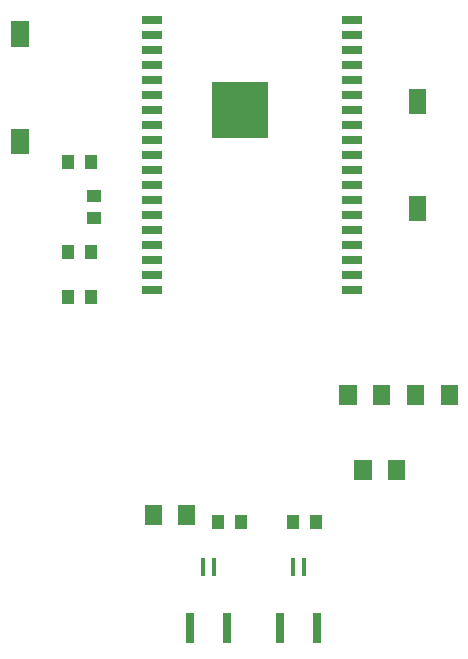
<source format=gbr>
G04 EAGLE Gerber RS-274X export*
G75*
%MOMM*%
%FSLAX34Y34*%
%LPD*%
%INSolderpaste Top*%
%IPPOS*%
%AMOC8*
5,1,8,0,0,1.08239X$1,22.5*%
G01*
%ADD10R,1.100000X1.300000*%
%ADD11C,0.014000*%
%ADD12R,1.800000X0.700000*%
%ADD13R,4.800000X4.800000*%
%ADD14R,0.400000X1.500000*%
%ADD15R,0.800000X2.600000*%
%ADD16R,1.300000X1.100000*%


D10*
X219100Y120650D03*
X238100Y120650D03*
X111100Y349250D03*
X92100Y349250D03*
D11*
X184870Y134930D02*
X198730Y134930D01*
X198730Y119070D01*
X184870Y119070D01*
X184870Y134930D01*
X184870Y119203D02*
X198730Y119203D01*
X198730Y119336D02*
X184870Y119336D01*
X184870Y119469D02*
X198730Y119469D01*
X198730Y119602D02*
X184870Y119602D01*
X184870Y119735D02*
X198730Y119735D01*
X198730Y119868D02*
X184870Y119868D01*
X184870Y120001D02*
X198730Y120001D01*
X198730Y120134D02*
X184870Y120134D01*
X184870Y120267D02*
X198730Y120267D01*
X198730Y120400D02*
X184870Y120400D01*
X184870Y120533D02*
X198730Y120533D01*
X198730Y120666D02*
X184870Y120666D01*
X184870Y120799D02*
X198730Y120799D01*
X198730Y120932D02*
X184870Y120932D01*
X184870Y121065D02*
X198730Y121065D01*
X198730Y121198D02*
X184870Y121198D01*
X184870Y121331D02*
X198730Y121331D01*
X198730Y121464D02*
X184870Y121464D01*
X184870Y121597D02*
X198730Y121597D01*
X198730Y121730D02*
X184870Y121730D01*
X184870Y121863D02*
X198730Y121863D01*
X198730Y121996D02*
X184870Y121996D01*
X184870Y122129D02*
X198730Y122129D01*
X198730Y122262D02*
X184870Y122262D01*
X184870Y122395D02*
X198730Y122395D01*
X198730Y122528D02*
X184870Y122528D01*
X184870Y122661D02*
X198730Y122661D01*
X198730Y122794D02*
X184870Y122794D01*
X184870Y122927D02*
X198730Y122927D01*
X198730Y123060D02*
X184870Y123060D01*
X184870Y123193D02*
X198730Y123193D01*
X198730Y123326D02*
X184870Y123326D01*
X184870Y123459D02*
X198730Y123459D01*
X198730Y123592D02*
X184870Y123592D01*
X184870Y123725D02*
X198730Y123725D01*
X198730Y123858D02*
X184870Y123858D01*
X184870Y123991D02*
X198730Y123991D01*
X198730Y124124D02*
X184870Y124124D01*
X184870Y124257D02*
X198730Y124257D01*
X198730Y124390D02*
X184870Y124390D01*
X184870Y124523D02*
X198730Y124523D01*
X198730Y124656D02*
X184870Y124656D01*
X184870Y124789D02*
X198730Y124789D01*
X198730Y124922D02*
X184870Y124922D01*
X184870Y125055D02*
X198730Y125055D01*
X198730Y125188D02*
X184870Y125188D01*
X184870Y125321D02*
X198730Y125321D01*
X198730Y125454D02*
X184870Y125454D01*
X184870Y125587D02*
X198730Y125587D01*
X198730Y125720D02*
X184870Y125720D01*
X184870Y125853D02*
X198730Y125853D01*
X198730Y125986D02*
X184870Y125986D01*
X184870Y126119D02*
X198730Y126119D01*
X198730Y126252D02*
X184870Y126252D01*
X184870Y126385D02*
X198730Y126385D01*
X198730Y126518D02*
X184870Y126518D01*
X184870Y126651D02*
X198730Y126651D01*
X198730Y126784D02*
X184870Y126784D01*
X184870Y126917D02*
X198730Y126917D01*
X198730Y127050D02*
X184870Y127050D01*
X184870Y127183D02*
X198730Y127183D01*
X198730Y127316D02*
X184870Y127316D01*
X184870Y127449D02*
X198730Y127449D01*
X198730Y127582D02*
X184870Y127582D01*
X184870Y127715D02*
X198730Y127715D01*
X198730Y127848D02*
X184870Y127848D01*
X184870Y127981D02*
X198730Y127981D01*
X198730Y128114D02*
X184870Y128114D01*
X184870Y128247D02*
X198730Y128247D01*
X198730Y128380D02*
X184870Y128380D01*
X184870Y128513D02*
X198730Y128513D01*
X198730Y128646D02*
X184870Y128646D01*
X184870Y128779D02*
X198730Y128779D01*
X198730Y128912D02*
X184870Y128912D01*
X184870Y129045D02*
X198730Y129045D01*
X198730Y129178D02*
X184870Y129178D01*
X184870Y129311D02*
X198730Y129311D01*
X198730Y129444D02*
X184870Y129444D01*
X184870Y129577D02*
X198730Y129577D01*
X198730Y129710D02*
X184870Y129710D01*
X184870Y129843D02*
X198730Y129843D01*
X198730Y129976D02*
X184870Y129976D01*
X184870Y130109D02*
X198730Y130109D01*
X198730Y130242D02*
X184870Y130242D01*
X184870Y130375D02*
X198730Y130375D01*
X198730Y130508D02*
X184870Y130508D01*
X184870Y130641D02*
X198730Y130641D01*
X198730Y130774D02*
X184870Y130774D01*
X184870Y130907D02*
X198730Y130907D01*
X198730Y131040D02*
X184870Y131040D01*
X184870Y131173D02*
X198730Y131173D01*
X198730Y131306D02*
X184870Y131306D01*
X184870Y131439D02*
X198730Y131439D01*
X198730Y131572D02*
X184870Y131572D01*
X184870Y131705D02*
X198730Y131705D01*
X198730Y131838D02*
X184870Y131838D01*
X184870Y131971D02*
X198730Y131971D01*
X198730Y132104D02*
X184870Y132104D01*
X184870Y132237D02*
X198730Y132237D01*
X198730Y132370D02*
X184870Y132370D01*
X184870Y132503D02*
X198730Y132503D01*
X198730Y132636D02*
X184870Y132636D01*
X184870Y132769D02*
X198730Y132769D01*
X198730Y132902D02*
X184870Y132902D01*
X184870Y133035D02*
X198730Y133035D01*
X198730Y133168D02*
X184870Y133168D01*
X184870Y133301D02*
X198730Y133301D01*
X198730Y133434D02*
X184870Y133434D01*
X184870Y133567D02*
X198730Y133567D01*
X198730Y133700D02*
X184870Y133700D01*
X184870Y133833D02*
X198730Y133833D01*
X198730Y133966D02*
X184870Y133966D01*
X184870Y134099D02*
X198730Y134099D01*
X198730Y134232D02*
X184870Y134232D01*
X184870Y134365D02*
X198730Y134365D01*
X198730Y134498D02*
X184870Y134498D01*
X184870Y134631D02*
X198730Y134631D01*
X198730Y134764D02*
X184870Y134764D01*
X184870Y134897D02*
X198730Y134897D01*
X170730Y134930D02*
X156870Y134930D01*
X170730Y134930D02*
X170730Y119070D01*
X156870Y119070D01*
X156870Y134930D01*
X156870Y119203D02*
X170730Y119203D01*
X170730Y119336D02*
X156870Y119336D01*
X156870Y119469D02*
X170730Y119469D01*
X170730Y119602D02*
X156870Y119602D01*
X156870Y119735D02*
X170730Y119735D01*
X170730Y119868D02*
X156870Y119868D01*
X156870Y120001D02*
X170730Y120001D01*
X170730Y120134D02*
X156870Y120134D01*
X156870Y120267D02*
X170730Y120267D01*
X170730Y120400D02*
X156870Y120400D01*
X156870Y120533D02*
X170730Y120533D01*
X170730Y120666D02*
X156870Y120666D01*
X156870Y120799D02*
X170730Y120799D01*
X170730Y120932D02*
X156870Y120932D01*
X156870Y121065D02*
X170730Y121065D01*
X170730Y121198D02*
X156870Y121198D01*
X156870Y121331D02*
X170730Y121331D01*
X170730Y121464D02*
X156870Y121464D01*
X156870Y121597D02*
X170730Y121597D01*
X170730Y121730D02*
X156870Y121730D01*
X156870Y121863D02*
X170730Y121863D01*
X170730Y121996D02*
X156870Y121996D01*
X156870Y122129D02*
X170730Y122129D01*
X170730Y122262D02*
X156870Y122262D01*
X156870Y122395D02*
X170730Y122395D01*
X170730Y122528D02*
X156870Y122528D01*
X156870Y122661D02*
X170730Y122661D01*
X170730Y122794D02*
X156870Y122794D01*
X156870Y122927D02*
X170730Y122927D01*
X170730Y123060D02*
X156870Y123060D01*
X156870Y123193D02*
X170730Y123193D01*
X170730Y123326D02*
X156870Y123326D01*
X156870Y123459D02*
X170730Y123459D01*
X170730Y123592D02*
X156870Y123592D01*
X156870Y123725D02*
X170730Y123725D01*
X170730Y123858D02*
X156870Y123858D01*
X156870Y123991D02*
X170730Y123991D01*
X170730Y124124D02*
X156870Y124124D01*
X156870Y124257D02*
X170730Y124257D01*
X170730Y124390D02*
X156870Y124390D01*
X156870Y124523D02*
X170730Y124523D01*
X170730Y124656D02*
X156870Y124656D01*
X156870Y124789D02*
X170730Y124789D01*
X170730Y124922D02*
X156870Y124922D01*
X156870Y125055D02*
X170730Y125055D01*
X170730Y125188D02*
X156870Y125188D01*
X156870Y125321D02*
X170730Y125321D01*
X170730Y125454D02*
X156870Y125454D01*
X156870Y125587D02*
X170730Y125587D01*
X170730Y125720D02*
X156870Y125720D01*
X156870Y125853D02*
X170730Y125853D01*
X170730Y125986D02*
X156870Y125986D01*
X156870Y126119D02*
X170730Y126119D01*
X170730Y126252D02*
X156870Y126252D01*
X156870Y126385D02*
X170730Y126385D01*
X170730Y126518D02*
X156870Y126518D01*
X156870Y126651D02*
X170730Y126651D01*
X170730Y126784D02*
X156870Y126784D01*
X156870Y126917D02*
X170730Y126917D01*
X170730Y127050D02*
X156870Y127050D01*
X156870Y127183D02*
X170730Y127183D01*
X170730Y127316D02*
X156870Y127316D01*
X156870Y127449D02*
X170730Y127449D01*
X170730Y127582D02*
X156870Y127582D01*
X156870Y127715D02*
X170730Y127715D01*
X170730Y127848D02*
X156870Y127848D01*
X156870Y127981D02*
X170730Y127981D01*
X170730Y128114D02*
X156870Y128114D01*
X156870Y128247D02*
X170730Y128247D01*
X170730Y128380D02*
X156870Y128380D01*
X156870Y128513D02*
X170730Y128513D01*
X170730Y128646D02*
X156870Y128646D01*
X156870Y128779D02*
X170730Y128779D01*
X170730Y128912D02*
X156870Y128912D01*
X156870Y129045D02*
X170730Y129045D01*
X170730Y129178D02*
X156870Y129178D01*
X156870Y129311D02*
X170730Y129311D01*
X170730Y129444D02*
X156870Y129444D01*
X156870Y129577D02*
X170730Y129577D01*
X170730Y129710D02*
X156870Y129710D01*
X156870Y129843D02*
X170730Y129843D01*
X170730Y129976D02*
X156870Y129976D01*
X156870Y130109D02*
X170730Y130109D01*
X170730Y130242D02*
X156870Y130242D01*
X156870Y130375D02*
X170730Y130375D01*
X170730Y130508D02*
X156870Y130508D01*
X156870Y130641D02*
X170730Y130641D01*
X170730Y130774D02*
X156870Y130774D01*
X156870Y130907D02*
X170730Y130907D01*
X170730Y131040D02*
X156870Y131040D01*
X156870Y131173D02*
X170730Y131173D01*
X170730Y131306D02*
X156870Y131306D01*
X156870Y131439D02*
X170730Y131439D01*
X170730Y131572D02*
X156870Y131572D01*
X156870Y131705D02*
X170730Y131705D01*
X170730Y131838D02*
X156870Y131838D01*
X156870Y131971D02*
X170730Y131971D01*
X170730Y132104D02*
X156870Y132104D01*
X156870Y132237D02*
X170730Y132237D01*
X170730Y132370D02*
X156870Y132370D01*
X156870Y132503D02*
X170730Y132503D01*
X170730Y132636D02*
X156870Y132636D01*
X156870Y132769D02*
X170730Y132769D01*
X170730Y132902D02*
X156870Y132902D01*
X156870Y133035D02*
X170730Y133035D01*
X170730Y133168D02*
X156870Y133168D01*
X156870Y133301D02*
X170730Y133301D01*
X170730Y133434D02*
X156870Y133434D01*
X156870Y133567D02*
X170730Y133567D01*
X170730Y133700D02*
X156870Y133700D01*
X156870Y133833D02*
X170730Y133833D01*
X170730Y133966D02*
X156870Y133966D01*
X156870Y134099D02*
X170730Y134099D01*
X170730Y134232D02*
X156870Y134232D01*
X156870Y134365D02*
X170730Y134365D01*
X170730Y134498D02*
X156870Y134498D01*
X156870Y134631D02*
X170730Y134631D01*
X170730Y134764D02*
X156870Y134764D01*
X156870Y134897D02*
X170730Y134897D01*
D10*
X301600Y120650D03*
X282600Y120650D03*
X111100Y425450D03*
X92100Y425450D03*
D11*
X43870Y524170D02*
X43870Y544730D01*
X57730Y544730D01*
X57730Y524170D01*
X43870Y524170D01*
X43870Y524303D02*
X57730Y524303D01*
X57730Y524436D02*
X43870Y524436D01*
X43870Y524569D02*
X57730Y524569D01*
X57730Y524702D02*
X43870Y524702D01*
X43870Y524835D02*
X57730Y524835D01*
X57730Y524968D02*
X43870Y524968D01*
X43870Y525101D02*
X57730Y525101D01*
X57730Y525234D02*
X43870Y525234D01*
X43870Y525367D02*
X57730Y525367D01*
X57730Y525500D02*
X43870Y525500D01*
X43870Y525633D02*
X57730Y525633D01*
X57730Y525766D02*
X43870Y525766D01*
X43870Y525899D02*
X57730Y525899D01*
X57730Y526032D02*
X43870Y526032D01*
X43870Y526165D02*
X57730Y526165D01*
X57730Y526298D02*
X43870Y526298D01*
X43870Y526431D02*
X57730Y526431D01*
X57730Y526564D02*
X43870Y526564D01*
X43870Y526697D02*
X57730Y526697D01*
X57730Y526830D02*
X43870Y526830D01*
X43870Y526963D02*
X57730Y526963D01*
X57730Y527096D02*
X43870Y527096D01*
X43870Y527229D02*
X57730Y527229D01*
X57730Y527362D02*
X43870Y527362D01*
X43870Y527495D02*
X57730Y527495D01*
X57730Y527628D02*
X43870Y527628D01*
X43870Y527761D02*
X57730Y527761D01*
X57730Y527894D02*
X43870Y527894D01*
X43870Y528027D02*
X57730Y528027D01*
X57730Y528160D02*
X43870Y528160D01*
X43870Y528293D02*
X57730Y528293D01*
X57730Y528426D02*
X43870Y528426D01*
X43870Y528559D02*
X57730Y528559D01*
X57730Y528692D02*
X43870Y528692D01*
X43870Y528825D02*
X57730Y528825D01*
X57730Y528958D02*
X43870Y528958D01*
X43870Y529091D02*
X57730Y529091D01*
X57730Y529224D02*
X43870Y529224D01*
X43870Y529357D02*
X57730Y529357D01*
X57730Y529490D02*
X43870Y529490D01*
X43870Y529623D02*
X57730Y529623D01*
X57730Y529756D02*
X43870Y529756D01*
X43870Y529889D02*
X57730Y529889D01*
X57730Y530022D02*
X43870Y530022D01*
X43870Y530155D02*
X57730Y530155D01*
X57730Y530288D02*
X43870Y530288D01*
X43870Y530421D02*
X57730Y530421D01*
X57730Y530554D02*
X43870Y530554D01*
X43870Y530687D02*
X57730Y530687D01*
X57730Y530820D02*
X43870Y530820D01*
X43870Y530953D02*
X57730Y530953D01*
X57730Y531086D02*
X43870Y531086D01*
X43870Y531219D02*
X57730Y531219D01*
X57730Y531352D02*
X43870Y531352D01*
X43870Y531485D02*
X57730Y531485D01*
X57730Y531618D02*
X43870Y531618D01*
X43870Y531751D02*
X57730Y531751D01*
X57730Y531884D02*
X43870Y531884D01*
X43870Y532017D02*
X57730Y532017D01*
X57730Y532150D02*
X43870Y532150D01*
X43870Y532283D02*
X57730Y532283D01*
X57730Y532416D02*
X43870Y532416D01*
X43870Y532549D02*
X57730Y532549D01*
X57730Y532682D02*
X43870Y532682D01*
X43870Y532815D02*
X57730Y532815D01*
X57730Y532948D02*
X43870Y532948D01*
X43870Y533081D02*
X57730Y533081D01*
X57730Y533214D02*
X43870Y533214D01*
X43870Y533347D02*
X57730Y533347D01*
X57730Y533480D02*
X43870Y533480D01*
X43870Y533613D02*
X57730Y533613D01*
X57730Y533746D02*
X43870Y533746D01*
X43870Y533879D02*
X57730Y533879D01*
X57730Y534012D02*
X43870Y534012D01*
X43870Y534145D02*
X57730Y534145D01*
X57730Y534278D02*
X43870Y534278D01*
X43870Y534411D02*
X57730Y534411D01*
X57730Y534544D02*
X43870Y534544D01*
X43870Y534677D02*
X57730Y534677D01*
X57730Y534810D02*
X43870Y534810D01*
X43870Y534943D02*
X57730Y534943D01*
X57730Y535076D02*
X43870Y535076D01*
X43870Y535209D02*
X57730Y535209D01*
X57730Y535342D02*
X43870Y535342D01*
X43870Y535475D02*
X57730Y535475D01*
X57730Y535608D02*
X43870Y535608D01*
X43870Y535741D02*
X57730Y535741D01*
X57730Y535874D02*
X43870Y535874D01*
X43870Y536007D02*
X57730Y536007D01*
X57730Y536140D02*
X43870Y536140D01*
X43870Y536273D02*
X57730Y536273D01*
X57730Y536406D02*
X43870Y536406D01*
X43870Y536539D02*
X57730Y536539D01*
X57730Y536672D02*
X43870Y536672D01*
X43870Y536805D02*
X57730Y536805D01*
X57730Y536938D02*
X43870Y536938D01*
X43870Y537071D02*
X57730Y537071D01*
X57730Y537204D02*
X43870Y537204D01*
X43870Y537337D02*
X57730Y537337D01*
X57730Y537470D02*
X43870Y537470D01*
X43870Y537603D02*
X57730Y537603D01*
X57730Y537736D02*
X43870Y537736D01*
X43870Y537869D02*
X57730Y537869D01*
X57730Y538002D02*
X43870Y538002D01*
X43870Y538135D02*
X57730Y538135D01*
X57730Y538268D02*
X43870Y538268D01*
X43870Y538401D02*
X57730Y538401D01*
X57730Y538534D02*
X43870Y538534D01*
X43870Y538667D02*
X57730Y538667D01*
X57730Y538800D02*
X43870Y538800D01*
X43870Y538933D02*
X57730Y538933D01*
X57730Y539066D02*
X43870Y539066D01*
X43870Y539199D02*
X57730Y539199D01*
X57730Y539332D02*
X43870Y539332D01*
X43870Y539465D02*
X57730Y539465D01*
X57730Y539598D02*
X43870Y539598D01*
X43870Y539731D02*
X57730Y539731D01*
X57730Y539864D02*
X43870Y539864D01*
X43870Y539997D02*
X57730Y539997D01*
X57730Y540130D02*
X43870Y540130D01*
X43870Y540263D02*
X57730Y540263D01*
X57730Y540396D02*
X43870Y540396D01*
X43870Y540529D02*
X57730Y540529D01*
X57730Y540662D02*
X43870Y540662D01*
X43870Y540795D02*
X57730Y540795D01*
X57730Y540928D02*
X43870Y540928D01*
X43870Y541061D02*
X57730Y541061D01*
X57730Y541194D02*
X43870Y541194D01*
X43870Y541327D02*
X57730Y541327D01*
X57730Y541460D02*
X43870Y541460D01*
X43870Y541593D02*
X57730Y541593D01*
X57730Y541726D02*
X43870Y541726D01*
X43870Y541859D02*
X57730Y541859D01*
X57730Y541992D02*
X43870Y541992D01*
X43870Y542125D02*
X57730Y542125D01*
X57730Y542258D02*
X43870Y542258D01*
X43870Y542391D02*
X57730Y542391D01*
X57730Y542524D02*
X43870Y542524D01*
X43870Y542657D02*
X57730Y542657D01*
X57730Y542790D02*
X43870Y542790D01*
X43870Y542923D02*
X57730Y542923D01*
X57730Y543056D02*
X43870Y543056D01*
X43870Y543189D02*
X57730Y543189D01*
X57730Y543322D02*
X43870Y543322D01*
X43870Y543455D02*
X57730Y543455D01*
X57730Y543588D02*
X43870Y543588D01*
X43870Y543721D02*
X57730Y543721D01*
X57730Y543854D02*
X43870Y543854D01*
X43870Y543987D02*
X57730Y543987D01*
X57730Y544120D02*
X43870Y544120D01*
X43870Y544253D02*
X57730Y544253D01*
X57730Y544386D02*
X43870Y544386D01*
X43870Y544519D02*
X57730Y544519D01*
X57730Y544652D02*
X43870Y544652D01*
X43870Y453730D02*
X43870Y433170D01*
X43870Y453730D02*
X57730Y453730D01*
X57730Y433170D01*
X43870Y433170D01*
X43870Y433303D02*
X57730Y433303D01*
X57730Y433436D02*
X43870Y433436D01*
X43870Y433569D02*
X57730Y433569D01*
X57730Y433702D02*
X43870Y433702D01*
X43870Y433835D02*
X57730Y433835D01*
X57730Y433968D02*
X43870Y433968D01*
X43870Y434101D02*
X57730Y434101D01*
X57730Y434234D02*
X43870Y434234D01*
X43870Y434367D02*
X57730Y434367D01*
X57730Y434500D02*
X43870Y434500D01*
X43870Y434633D02*
X57730Y434633D01*
X57730Y434766D02*
X43870Y434766D01*
X43870Y434899D02*
X57730Y434899D01*
X57730Y435032D02*
X43870Y435032D01*
X43870Y435165D02*
X57730Y435165D01*
X57730Y435298D02*
X43870Y435298D01*
X43870Y435431D02*
X57730Y435431D01*
X57730Y435564D02*
X43870Y435564D01*
X43870Y435697D02*
X57730Y435697D01*
X57730Y435830D02*
X43870Y435830D01*
X43870Y435963D02*
X57730Y435963D01*
X57730Y436096D02*
X43870Y436096D01*
X43870Y436229D02*
X57730Y436229D01*
X57730Y436362D02*
X43870Y436362D01*
X43870Y436495D02*
X57730Y436495D01*
X57730Y436628D02*
X43870Y436628D01*
X43870Y436761D02*
X57730Y436761D01*
X57730Y436894D02*
X43870Y436894D01*
X43870Y437027D02*
X57730Y437027D01*
X57730Y437160D02*
X43870Y437160D01*
X43870Y437293D02*
X57730Y437293D01*
X57730Y437426D02*
X43870Y437426D01*
X43870Y437559D02*
X57730Y437559D01*
X57730Y437692D02*
X43870Y437692D01*
X43870Y437825D02*
X57730Y437825D01*
X57730Y437958D02*
X43870Y437958D01*
X43870Y438091D02*
X57730Y438091D01*
X57730Y438224D02*
X43870Y438224D01*
X43870Y438357D02*
X57730Y438357D01*
X57730Y438490D02*
X43870Y438490D01*
X43870Y438623D02*
X57730Y438623D01*
X57730Y438756D02*
X43870Y438756D01*
X43870Y438889D02*
X57730Y438889D01*
X57730Y439022D02*
X43870Y439022D01*
X43870Y439155D02*
X57730Y439155D01*
X57730Y439288D02*
X43870Y439288D01*
X43870Y439421D02*
X57730Y439421D01*
X57730Y439554D02*
X43870Y439554D01*
X43870Y439687D02*
X57730Y439687D01*
X57730Y439820D02*
X43870Y439820D01*
X43870Y439953D02*
X57730Y439953D01*
X57730Y440086D02*
X43870Y440086D01*
X43870Y440219D02*
X57730Y440219D01*
X57730Y440352D02*
X43870Y440352D01*
X43870Y440485D02*
X57730Y440485D01*
X57730Y440618D02*
X43870Y440618D01*
X43870Y440751D02*
X57730Y440751D01*
X57730Y440884D02*
X43870Y440884D01*
X43870Y441017D02*
X57730Y441017D01*
X57730Y441150D02*
X43870Y441150D01*
X43870Y441283D02*
X57730Y441283D01*
X57730Y441416D02*
X43870Y441416D01*
X43870Y441549D02*
X57730Y441549D01*
X57730Y441682D02*
X43870Y441682D01*
X43870Y441815D02*
X57730Y441815D01*
X57730Y441948D02*
X43870Y441948D01*
X43870Y442081D02*
X57730Y442081D01*
X57730Y442214D02*
X43870Y442214D01*
X43870Y442347D02*
X57730Y442347D01*
X57730Y442480D02*
X43870Y442480D01*
X43870Y442613D02*
X57730Y442613D01*
X57730Y442746D02*
X43870Y442746D01*
X43870Y442879D02*
X57730Y442879D01*
X57730Y443012D02*
X43870Y443012D01*
X43870Y443145D02*
X57730Y443145D01*
X57730Y443278D02*
X43870Y443278D01*
X43870Y443411D02*
X57730Y443411D01*
X57730Y443544D02*
X43870Y443544D01*
X43870Y443677D02*
X57730Y443677D01*
X57730Y443810D02*
X43870Y443810D01*
X43870Y443943D02*
X57730Y443943D01*
X57730Y444076D02*
X43870Y444076D01*
X43870Y444209D02*
X57730Y444209D01*
X57730Y444342D02*
X43870Y444342D01*
X43870Y444475D02*
X57730Y444475D01*
X57730Y444608D02*
X43870Y444608D01*
X43870Y444741D02*
X57730Y444741D01*
X57730Y444874D02*
X43870Y444874D01*
X43870Y445007D02*
X57730Y445007D01*
X57730Y445140D02*
X43870Y445140D01*
X43870Y445273D02*
X57730Y445273D01*
X57730Y445406D02*
X43870Y445406D01*
X43870Y445539D02*
X57730Y445539D01*
X57730Y445672D02*
X43870Y445672D01*
X43870Y445805D02*
X57730Y445805D01*
X57730Y445938D02*
X43870Y445938D01*
X43870Y446071D02*
X57730Y446071D01*
X57730Y446204D02*
X43870Y446204D01*
X43870Y446337D02*
X57730Y446337D01*
X57730Y446470D02*
X43870Y446470D01*
X43870Y446603D02*
X57730Y446603D01*
X57730Y446736D02*
X43870Y446736D01*
X43870Y446869D02*
X57730Y446869D01*
X57730Y447002D02*
X43870Y447002D01*
X43870Y447135D02*
X57730Y447135D01*
X57730Y447268D02*
X43870Y447268D01*
X43870Y447401D02*
X57730Y447401D01*
X57730Y447534D02*
X43870Y447534D01*
X43870Y447667D02*
X57730Y447667D01*
X57730Y447800D02*
X43870Y447800D01*
X43870Y447933D02*
X57730Y447933D01*
X57730Y448066D02*
X43870Y448066D01*
X43870Y448199D02*
X57730Y448199D01*
X57730Y448332D02*
X43870Y448332D01*
X43870Y448465D02*
X57730Y448465D01*
X57730Y448598D02*
X43870Y448598D01*
X43870Y448731D02*
X57730Y448731D01*
X57730Y448864D02*
X43870Y448864D01*
X43870Y448997D02*
X57730Y448997D01*
X57730Y449130D02*
X43870Y449130D01*
X43870Y449263D02*
X57730Y449263D01*
X57730Y449396D02*
X43870Y449396D01*
X43870Y449529D02*
X57730Y449529D01*
X57730Y449662D02*
X43870Y449662D01*
X43870Y449795D02*
X57730Y449795D01*
X57730Y449928D02*
X43870Y449928D01*
X43870Y450061D02*
X57730Y450061D01*
X57730Y450194D02*
X43870Y450194D01*
X43870Y450327D02*
X57730Y450327D01*
X57730Y450460D02*
X43870Y450460D01*
X43870Y450593D02*
X57730Y450593D01*
X57730Y450726D02*
X43870Y450726D01*
X43870Y450859D02*
X57730Y450859D01*
X57730Y450992D02*
X43870Y450992D01*
X43870Y451125D02*
X57730Y451125D01*
X57730Y451258D02*
X43870Y451258D01*
X43870Y451391D02*
X57730Y451391D01*
X57730Y451524D02*
X43870Y451524D01*
X43870Y451657D02*
X57730Y451657D01*
X57730Y451790D02*
X43870Y451790D01*
X43870Y451923D02*
X57730Y451923D01*
X57730Y452056D02*
X43870Y452056D01*
X43870Y452189D02*
X57730Y452189D01*
X57730Y452322D02*
X43870Y452322D01*
X43870Y452455D02*
X57730Y452455D01*
X57730Y452588D02*
X43870Y452588D01*
X43870Y452721D02*
X57730Y452721D01*
X57730Y452854D02*
X43870Y452854D01*
X43870Y452987D02*
X57730Y452987D01*
X57730Y453120D02*
X43870Y453120D01*
X43870Y453253D02*
X57730Y453253D01*
X57730Y453386D02*
X43870Y453386D01*
X43870Y453519D02*
X57730Y453519D01*
X57730Y453652D02*
X43870Y453652D01*
D12*
X162800Y546150D03*
X162800Y533450D03*
X162800Y520750D03*
X162800Y508050D03*
X162800Y495350D03*
X162800Y482650D03*
X162800Y469950D03*
X162800Y457250D03*
X162800Y444550D03*
X162800Y431850D03*
X162800Y419150D03*
X162800Y406450D03*
X162800Y393750D03*
X162800Y381050D03*
X162800Y368350D03*
X162800Y355650D03*
X162800Y342950D03*
X162800Y330250D03*
X162800Y317550D03*
X332800Y317550D03*
X332800Y330250D03*
X332800Y342950D03*
X332800Y355650D03*
X332800Y368350D03*
X332800Y381050D03*
X332800Y393750D03*
X332800Y406450D03*
X332800Y419150D03*
X332800Y431850D03*
X332800Y444550D03*
X332800Y457250D03*
X332800Y469950D03*
X332800Y482650D03*
X332800Y495350D03*
X332800Y508050D03*
X332800Y520750D03*
X332800Y533450D03*
X332800Y546150D03*
D13*
X237800Y469950D03*
D14*
X282100Y82550D03*
X292100Y82550D03*
D15*
X303100Y31050D03*
X271100Y31050D03*
D14*
X205900Y82550D03*
X215900Y82550D03*
D15*
X226900Y31050D03*
X194900Y31050D03*
D11*
X350190Y236545D02*
X364050Y236545D01*
X364050Y220655D01*
X350190Y220655D01*
X350190Y236545D01*
X350190Y220788D02*
X364050Y220788D01*
X364050Y220921D02*
X350190Y220921D01*
X350190Y221054D02*
X364050Y221054D01*
X364050Y221187D02*
X350190Y221187D01*
X350190Y221320D02*
X364050Y221320D01*
X364050Y221453D02*
X350190Y221453D01*
X350190Y221586D02*
X364050Y221586D01*
X364050Y221719D02*
X350190Y221719D01*
X350190Y221852D02*
X364050Y221852D01*
X364050Y221985D02*
X350190Y221985D01*
X350190Y222118D02*
X364050Y222118D01*
X364050Y222251D02*
X350190Y222251D01*
X350190Y222384D02*
X364050Y222384D01*
X364050Y222517D02*
X350190Y222517D01*
X350190Y222650D02*
X364050Y222650D01*
X364050Y222783D02*
X350190Y222783D01*
X350190Y222916D02*
X364050Y222916D01*
X364050Y223049D02*
X350190Y223049D01*
X350190Y223182D02*
X364050Y223182D01*
X364050Y223315D02*
X350190Y223315D01*
X350190Y223448D02*
X364050Y223448D01*
X364050Y223581D02*
X350190Y223581D01*
X350190Y223714D02*
X364050Y223714D01*
X364050Y223847D02*
X350190Y223847D01*
X350190Y223980D02*
X364050Y223980D01*
X364050Y224113D02*
X350190Y224113D01*
X350190Y224246D02*
X364050Y224246D01*
X364050Y224379D02*
X350190Y224379D01*
X350190Y224512D02*
X364050Y224512D01*
X364050Y224645D02*
X350190Y224645D01*
X350190Y224778D02*
X364050Y224778D01*
X364050Y224911D02*
X350190Y224911D01*
X350190Y225044D02*
X364050Y225044D01*
X364050Y225177D02*
X350190Y225177D01*
X350190Y225310D02*
X364050Y225310D01*
X364050Y225443D02*
X350190Y225443D01*
X350190Y225576D02*
X364050Y225576D01*
X364050Y225709D02*
X350190Y225709D01*
X350190Y225842D02*
X364050Y225842D01*
X364050Y225975D02*
X350190Y225975D01*
X350190Y226108D02*
X364050Y226108D01*
X364050Y226241D02*
X350190Y226241D01*
X350190Y226374D02*
X364050Y226374D01*
X364050Y226507D02*
X350190Y226507D01*
X350190Y226640D02*
X364050Y226640D01*
X364050Y226773D02*
X350190Y226773D01*
X350190Y226906D02*
X364050Y226906D01*
X364050Y227039D02*
X350190Y227039D01*
X350190Y227172D02*
X364050Y227172D01*
X364050Y227305D02*
X350190Y227305D01*
X350190Y227438D02*
X364050Y227438D01*
X364050Y227571D02*
X350190Y227571D01*
X350190Y227704D02*
X364050Y227704D01*
X364050Y227837D02*
X350190Y227837D01*
X350190Y227970D02*
X364050Y227970D01*
X364050Y228103D02*
X350190Y228103D01*
X350190Y228236D02*
X364050Y228236D01*
X364050Y228369D02*
X350190Y228369D01*
X350190Y228502D02*
X364050Y228502D01*
X364050Y228635D02*
X350190Y228635D01*
X350190Y228768D02*
X364050Y228768D01*
X364050Y228901D02*
X350190Y228901D01*
X350190Y229034D02*
X364050Y229034D01*
X364050Y229167D02*
X350190Y229167D01*
X350190Y229300D02*
X364050Y229300D01*
X364050Y229433D02*
X350190Y229433D01*
X350190Y229566D02*
X364050Y229566D01*
X364050Y229699D02*
X350190Y229699D01*
X350190Y229832D02*
X364050Y229832D01*
X364050Y229965D02*
X350190Y229965D01*
X350190Y230098D02*
X364050Y230098D01*
X364050Y230231D02*
X350190Y230231D01*
X350190Y230364D02*
X364050Y230364D01*
X364050Y230497D02*
X350190Y230497D01*
X350190Y230630D02*
X364050Y230630D01*
X364050Y230763D02*
X350190Y230763D01*
X350190Y230896D02*
X364050Y230896D01*
X364050Y231029D02*
X350190Y231029D01*
X350190Y231162D02*
X364050Y231162D01*
X364050Y231295D02*
X350190Y231295D01*
X350190Y231428D02*
X364050Y231428D01*
X364050Y231561D02*
X350190Y231561D01*
X350190Y231694D02*
X364050Y231694D01*
X364050Y231827D02*
X350190Y231827D01*
X350190Y231960D02*
X364050Y231960D01*
X364050Y232093D02*
X350190Y232093D01*
X350190Y232226D02*
X364050Y232226D01*
X364050Y232359D02*
X350190Y232359D01*
X350190Y232492D02*
X364050Y232492D01*
X364050Y232625D02*
X350190Y232625D01*
X350190Y232758D02*
X364050Y232758D01*
X364050Y232891D02*
X350190Y232891D01*
X350190Y233024D02*
X364050Y233024D01*
X364050Y233157D02*
X350190Y233157D01*
X350190Y233290D02*
X364050Y233290D01*
X364050Y233423D02*
X350190Y233423D01*
X350190Y233556D02*
X364050Y233556D01*
X364050Y233689D02*
X350190Y233689D01*
X350190Y233822D02*
X364050Y233822D01*
X364050Y233955D02*
X350190Y233955D01*
X350190Y234088D02*
X364050Y234088D01*
X364050Y234221D02*
X350190Y234221D01*
X350190Y234354D02*
X364050Y234354D01*
X364050Y234487D02*
X350190Y234487D01*
X350190Y234620D02*
X364050Y234620D01*
X364050Y234753D02*
X350190Y234753D01*
X350190Y234886D02*
X364050Y234886D01*
X364050Y235019D02*
X350190Y235019D01*
X350190Y235152D02*
X364050Y235152D01*
X364050Y235285D02*
X350190Y235285D01*
X350190Y235418D02*
X364050Y235418D01*
X364050Y235551D02*
X350190Y235551D01*
X350190Y235684D02*
X364050Y235684D01*
X364050Y235817D02*
X350190Y235817D01*
X350190Y235950D02*
X364050Y235950D01*
X364050Y236083D02*
X350190Y236083D01*
X350190Y236216D02*
X364050Y236216D01*
X364050Y236349D02*
X350190Y236349D01*
X350190Y236482D02*
X364050Y236482D01*
X335610Y236545D02*
X321750Y236545D01*
X335610Y236545D02*
X335610Y220655D01*
X321750Y220655D01*
X321750Y236545D01*
X321750Y220788D02*
X335610Y220788D01*
X335610Y220921D02*
X321750Y220921D01*
X321750Y221054D02*
X335610Y221054D01*
X335610Y221187D02*
X321750Y221187D01*
X321750Y221320D02*
X335610Y221320D01*
X335610Y221453D02*
X321750Y221453D01*
X321750Y221586D02*
X335610Y221586D01*
X335610Y221719D02*
X321750Y221719D01*
X321750Y221852D02*
X335610Y221852D01*
X335610Y221985D02*
X321750Y221985D01*
X321750Y222118D02*
X335610Y222118D01*
X335610Y222251D02*
X321750Y222251D01*
X321750Y222384D02*
X335610Y222384D01*
X335610Y222517D02*
X321750Y222517D01*
X321750Y222650D02*
X335610Y222650D01*
X335610Y222783D02*
X321750Y222783D01*
X321750Y222916D02*
X335610Y222916D01*
X335610Y223049D02*
X321750Y223049D01*
X321750Y223182D02*
X335610Y223182D01*
X335610Y223315D02*
X321750Y223315D01*
X321750Y223448D02*
X335610Y223448D01*
X335610Y223581D02*
X321750Y223581D01*
X321750Y223714D02*
X335610Y223714D01*
X335610Y223847D02*
X321750Y223847D01*
X321750Y223980D02*
X335610Y223980D01*
X335610Y224113D02*
X321750Y224113D01*
X321750Y224246D02*
X335610Y224246D01*
X335610Y224379D02*
X321750Y224379D01*
X321750Y224512D02*
X335610Y224512D01*
X335610Y224645D02*
X321750Y224645D01*
X321750Y224778D02*
X335610Y224778D01*
X335610Y224911D02*
X321750Y224911D01*
X321750Y225044D02*
X335610Y225044D01*
X335610Y225177D02*
X321750Y225177D01*
X321750Y225310D02*
X335610Y225310D01*
X335610Y225443D02*
X321750Y225443D01*
X321750Y225576D02*
X335610Y225576D01*
X335610Y225709D02*
X321750Y225709D01*
X321750Y225842D02*
X335610Y225842D01*
X335610Y225975D02*
X321750Y225975D01*
X321750Y226108D02*
X335610Y226108D01*
X335610Y226241D02*
X321750Y226241D01*
X321750Y226374D02*
X335610Y226374D01*
X335610Y226507D02*
X321750Y226507D01*
X321750Y226640D02*
X335610Y226640D01*
X335610Y226773D02*
X321750Y226773D01*
X321750Y226906D02*
X335610Y226906D01*
X335610Y227039D02*
X321750Y227039D01*
X321750Y227172D02*
X335610Y227172D01*
X335610Y227305D02*
X321750Y227305D01*
X321750Y227438D02*
X335610Y227438D01*
X335610Y227571D02*
X321750Y227571D01*
X321750Y227704D02*
X335610Y227704D01*
X335610Y227837D02*
X321750Y227837D01*
X321750Y227970D02*
X335610Y227970D01*
X335610Y228103D02*
X321750Y228103D01*
X321750Y228236D02*
X335610Y228236D01*
X335610Y228369D02*
X321750Y228369D01*
X321750Y228502D02*
X335610Y228502D01*
X335610Y228635D02*
X321750Y228635D01*
X321750Y228768D02*
X335610Y228768D01*
X335610Y228901D02*
X321750Y228901D01*
X321750Y229034D02*
X335610Y229034D01*
X335610Y229167D02*
X321750Y229167D01*
X321750Y229300D02*
X335610Y229300D01*
X335610Y229433D02*
X321750Y229433D01*
X321750Y229566D02*
X335610Y229566D01*
X335610Y229699D02*
X321750Y229699D01*
X321750Y229832D02*
X335610Y229832D01*
X335610Y229965D02*
X321750Y229965D01*
X321750Y230098D02*
X335610Y230098D01*
X335610Y230231D02*
X321750Y230231D01*
X321750Y230364D02*
X335610Y230364D01*
X335610Y230497D02*
X321750Y230497D01*
X321750Y230630D02*
X335610Y230630D01*
X335610Y230763D02*
X321750Y230763D01*
X321750Y230896D02*
X335610Y230896D01*
X335610Y231029D02*
X321750Y231029D01*
X321750Y231162D02*
X335610Y231162D01*
X335610Y231295D02*
X321750Y231295D01*
X321750Y231428D02*
X335610Y231428D01*
X335610Y231561D02*
X321750Y231561D01*
X321750Y231694D02*
X335610Y231694D01*
X335610Y231827D02*
X321750Y231827D01*
X321750Y231960D02*
X335610Y231960D01*
X335610Y232093D02*
X321750Y232093D01*
X321750Y232226D02*
X335610Y232226D01*
X335610Y232359D02*
X321750Y232359D01*
X321750Y232492D02*
X335610Y232492D01*
X335610Y232625D02*
X321750Y232625D01*
X321750Y232758D02*
X335610Y232758D01*
X335610Y232891D02*
X321750Y232891D01*
X321750Y233024D02*
X335610Y233024D01*
X335610Y233157D02*
X321750Y233157D01*
X321750Y233290D02*
X335610Y233290D01*
X335610Y233423D02*
X321750Y233423D01*
X321750Y233556D02*
X335610Y233556D01*
X335610Y233689D02*
X321750Y233689D01*
X321750Y233822D02*
X335610Y233822D01*
X335610Y233955D02*
X321750Y233955D01*
X321750Y234088D02*
X335610Y234088D01*
X335610Y234221D02*
X321750Y234221D01*
X321750Y234354D02*
X335610Y234354D01*
X335610Y234487D02*
X321750Y234487D01*
X321750Y234620D02*
X335610Y234620D01*
X335610Y234753D02*
X321750Y234753D01*
X321750Y234886D02*
X335610Y234886D01*
X335610Y235019D02*
X321750Y235019D01*
X321750Y235152D02*
X335610Y235152D01*
X335610Y235285D02*
X321750Y235285D01*
X321750Y235418D02*
X335610Y235418D01*
X335610Y235551D02*
X321750Y235551D01*
X321750Y235684D02*
X335610Y235684D01*
X335610Y235817D02*
X321750Y235817D01*
X321750Y235950D02*
X335610Y235950D01*
X335610Y236083D02*
X321750Y236083D01*
X321750Y236216D02*
X335610Y236216D01*
X335610Y236349D02*
X321750Y236349D01*
X321750Y236482D02*
X335610Y236482D01*
D10*
X111100Y311150D03*
X92100Y311150D03*
D16*
X114300Y396850D03*
X114300Y377850D03*
D11*
X334450Y173045D02*
X348310Y173045D01*
X348310Y157155D01*
X334450Y157155D01*
X334450Y173045D01*
X334450Y157288D02*
X348310Y157288D01*
X348310Y157421D02*
X334450Y157421D01*
X334450Y157554D02*
X348310Y157554D01*
X348310Y157687D02*
X334450Y157687D01*
X334450Y157820D02*
X348310Y157820D01*
X348310Y157953D02*
X334450Y157953D01*
X334450Y158086D02*
X348310Y158086D01*
X348310Y158219D02*
X334450Y158219D01*
X334450Y158352D02*
X348310Y158352D01*
X348310Y158485D02*
X334450Y158485D01*
X334450Y158618D02*
X348310Y158618D01*
X348310Y158751D02*
X334450Y158751D01*
X334450Y158884D02*
X348310Y158884D01*
X348310Y159017D02*
X334450Y159017D01*
X334450Y159150D02*
X348310Y159150D01*
X348310Y159283D02*
X334450Y159283D01*
X334450Y159416D02*
X348310Y159416D01*
X348310Y159549D02*
X334450Y159549D01*
X334450Y159682D02*
X348310Y159682D01*
X348310Y159815D02*
X334450Y159815D01*
X334450Y159948D02*
X348310Y159948D01*
X348310Y160081D02*
X334450Y160081D01*
X334450Y160214D02*
X348310Y160214D01*
X348310Y160347D02*
X334450Y160347D01*
X334450Y160480D02*
X348310Y160480D01*
X348310Y160613D02*
X334450Y160613D01*
X334450Y160746D02*
X348310Y160746D01*
X348310Y160879D02*
X334450Y160879D01*
X334450Y161012D02*
X348310Y161012D01*
X348310Y161145D02*
X334450Y161145D01*
X334450Y161278D02*
X348310Y161278D01*
X348310Y161411D02*
X334450Y161411D01*
X334450Y161544D02*
X348310Y161544D01*
X348310Y161677D02*
X334450Y161677D01*
X334450Y161810D02*
X348310Y161810D01*
X348310Y161943D02*
X334450Y161943D01*
X334450Y162076D02*
X348310Y162076D01*
X348310Y162209D02*
X334450Y162209D01*
X334450Y162342D02*
X348310Y162342D01*
X348310Y162475D02*
X334450Y162475D01*
X334450Y162608D02*
X348310Y162608D01*
X348310Y162741D02*
X334450Y162741D01*
X334450Y162874D02*
X348310Y162874D01*
X348310Y163007D02*
X334450Y163007D01*
X334450Y163140D02*
X348310Y163140D01*
X348310Y163273D02*
X334450Y163273D01*
X334450Y163406D02*
X348310Y163406D01*
X348310Y163539D02*
X334450Y163539D01*
X334450Y163672D02*
X348310Y163672D01*
X348310Y163805D02*
X334450Y163805D01*
X334450Y163938D02*
X348310Y163938D01*
X348310Y164071D02*
X334450Y164071D01*
X334450Y164204D02*
X348310Y164204D01*
X348310Y164337D02*
X334450Y164337D01*
X334450Y164470D02*
X348310Y164470D01*
X348310Y164603D02*
X334450Y164603D01*
X334450Y164736D02*
X348310Y164736D01*
X348310Y164869D02*
X334450Y164869D01*
X334450Y165002D02*
X348310Y165002D01*
X348310Y165135D02*
X334450Y165135D01*
X334450Y165268D02*
X348310Y165268D01*
X348310Y165401D02*
X334450Y165401D01*
X334450Y165534D02*
X348310Y165534D01*
X348310Y165667D02*
X334450Y165667D01*
X334450Y165800D02*
X348310Y165800D01*
X348310Y165933D02*
X334450Y165933D01*
X334450Y166066D02*
X348310Y166066D01*
X348310Y166199D02*
X334450Y166199D01*
X334450Y166332D02*
X348310Y166332D01*
X348310Y166465D02*
X334450Y166465D01*
X334450Y166598D02*
X348310Y166598D01*
X348310Y166731D02*
X334450Y166731D01*
X334450Y166864D02*
X348310Y166864D01*
X348310Y166997D02*
X334450Y166997D01*
X334450Y167130D02*
X348310Y167130D01*
X348310Y167263D02*
X334450Y167263D01*
X334450Y167396D02*
X348310Y167396D01*
X348310Y167529D02*
X334450Y167529D01*
X334450Y167662D02*
X348310Y167662D01*
X348310Y167795D02*
X334450Y167795D01*
X334450Y167928D02*
X348310Y167928D01*
X348310Y168061D02*
X334450Y168061D01*
X334450Y168194D02*
X348310Y168194D01*
X348310Y168327D02*
X334450Y168327D01*
X334450Y168460D02*
X348310Y168460D01*
X348310Y168593D02*
X334450Y168593D01*
X334450Y168726D02*
X348310Y168726D01*
X348310Y168859D02*
X334450Y168859D01*
X334450Y168992D02*
X348310Y168992D01*
X348310Y169125D02*
X334450Y169125D01*
X334450Y169258D02*
X348310Y169258D01*
X348310Y169391D02*
X334450Y169391D01*
X334450Y169524D02*
X348310Y169524D01*
X348310Y169657D02*
X334450Y169657D01*
X334450Y169790D02*
X348310Y169790D01*
X348310Y169923D02*
X334450Y169923D01*
X334450Y170056D02*
X348310Y170056D01*
X348310Y170189D02*
X334450Y170189D01*
X334450Y170322D02*
X348310Y170322D01*
X348310Y170455D02*
X334450Y170455D01*
X334450Y170588D02*
X348310Y170588D01*
X348310Y170721D02*
X334450Y170721D01*
X334450Y170854D02*
X348310Y170854D01*
X348310Y170987D02*
X334450Y170987D01*
X334450Y171120D02*
X348310Y171120D01*
X348310Y171253D02*
X334450Y171253D01*
X334450Y171386D02*
X348310Y171386D01*
X348310Y171519D02*
X334450Y171519D01*
X334450Y171652D02*
X348310Y171652D01*
X348310Y171785D02*
X334450Y171785D01*
X334450Y171918D02*
X348310Y171918D01*
X348310Y172051D02*
X334450Y172051D01*
X334450Y172184D02*
X348310Y172184D01*
X348310Y172317D02*
X334450Y172317D01*
X334450Y172450D02*
X348310Y172450D01*
X348310Y172583D02*
X334450Y172583D01*
X334450Y172716D02*
X348310Y172716D01*
X348310Y172849D02*
X334450Y172849D01*
X334450Y172982D02*
X348310Y172982D01*
X362890Y173045D02*
X376750Y173045D01*
X376750Y157155D01*
X362890Y157155D01*
X362890Y173045D01*
X362890Y157288D02*
X376750Y157288D01*
X376750Y157421D02*
X362890Y157421D01*
X362890Y157554D02*
X376750Y157554D01*
X376750Y157687D02*
X362890Y157687D01*
X362890Y157820D02*
X376750Y157820D01*
X376750Y157953D02*
X362890Y157953D01*
X362890Y158086D02*
X376750Y158086D01*
X376750Y158219D02*
X362890Y158219D01*
X362890Y158352D02*
X376750Y158352D01*
X376750Y158485D02*
X362890Y158485D01*
X362890Y158618D02*
X376750Y158618D01*
X376750Y158751D02*
X362890Y158751D01*
X362890Y158884D02*
X376750Y158884D01*
X376750Y159017D02*
X362890Y159017D01*
X362890Y159150D02*
X376750Y159150D01*
X376750Y159283D02*
X362890Y159283D01*
X362890Y159416D02*
X376750Y159416D01*
X376750Y159549D02*
X362890Y159549D01*
X362890Y159682D02*
X376750Y159682D01*
X376750Y159815D02*
X362890Y159815D01*
X362890Y159948D02*
X376750Y159948D01*
X376750Y160081D02*
X362890Y160081D01*
X362890Y160214D02*
X376750Y160214D01*
X376750Y160347D02*
X362890Y160347D01*
X362890Y160480D02*
X376750Y160480D01*
X376750Y160613D02*
X362890Y160613D01*
X362890Y160746D02*
X376750Y160746D01*
X376750Y160879D02*
X362890Y160879D01*
X362890Y161012D02*
X376750Y161012D01*
X376750Y161145D02*
X362890Y161145D01*
X362890Y161278D02*
X376750Y161278D01*
X376750Y161411D02*
X362890Y161411D01*
X362890Y161544D02*
X376750Y161544D01*
X376750Y161677D02*
X362890Y161677D01*
X362890Y161810D02*
X376750Y161810D01*
X376750Y161943D02*
X362890Y161943D01*
X362890Y162076D02*
X376750Y162076D01*
X376750Y162209D02*
X362890Y162209D01*
X362890Y162342D02*
X376750Y162342D01*
X376750Y162475D02*
X362890Y162475D01*
X362890Y162608D02*
X376750Y162608D01*
X376750Y162741D02*
X362890Y162741D01*
X362890Y162874D02*
X376750Y162874D01*
X376750Y163007D02*
X362890Y163007D01*
X362890Y163140D02*
X376750Y163140D01*
X376750Y163273D02*
X362890Y163273D01*
X362890Y163406D02*
X376750Y163406D01*
X376750Y163539D02*
X362890Y163539D01*
X362890Y163672D02*
X376750Y163672D01*
X376750Y163805D02*
X362890Y163805D01*
X362890Y163938D02*
X376750Y163938D01*
X376750Y164071D02*
X362890Y164071D01*
X362890Y164204D02*
X376750Y164204D01*
X376750Y164337D02*
X362890Y164337D01*
X362890Y164470D02*
X376750Y164470D01*
X376750Y164603D02*
X362890Y164603D01*
X362890Y164736D02*
X376750Y164736D01*
X376750Y164869D02*
X362890Y164869D01*
X362890Y165002D02*
X376750Y165002D01*
X376750Y165135D02*
X362890Y165135D01*
X362890Y165268D02*
X376750Y165268D01*
X376750Y165401D02*
X362890Y165401D01*
X362890Y165534D02*
X376750Y165534D01*
X376750Y165667D02*
X362890Y165667D01*
X362890Y165800D02*
X376750Y165800D01*
X376750Y165933D02*
X362890Y165933D01*
X362890Y166066D02*
X376750Y166066D01*
X376750Y166199D02*
X362890Y166199D01*
X362890Y166332D02*
X376750Y166332D01*
X376750Y166465D02*
X362890Y166465D01*
X362890Y166598D02*
X376750Y166598D01*
X376750Y166731D02*
X362890Y166731D01*
X362890Y166864D02*
X376750Y166864D01*
X376750Y166997D02*
X362890Y166997D01*
X362890Y167130D02*
X376750Y167130D01*
X376750Y167263D02*
X362890Y167263D01*
X362890Y167396D02*
X376750Y167396D01*
X376750Y167529D02*
X362890Y167529D01*
X362890Y167662D02*
X376750Y167662D01*
X376750Y167795D02*
X362890Y167795D01*
X362890Y167928D02*
X376750Y167928D01*
X376750Y168061D02*
X362890Y168061D01*
X362890Y168194D02*
X376750Y168194D01*
X376750Y168327D02*
X362890Y168327D01*
X362890Y168460D02*
X376750Y168460D01*
X376750Y168593D02*
X362890Y168593D01*
X362890Y168726D02*
X376750Y168726D01*
X376750Y168859D02*
X362890Y168859D01*
X362890Y168992D02*
X376750Y168992D01*
X376750Y169125D02*
X362890Y169125D01*
X362890Y169258D02*
X376750Y169258D01*
X376750Y169391D02*
X362890Y169391D01*
X362890Y169524D02*
X376750Y169524D01*
X376750Y169657D02*
X362890Y169657D01*
X362890Y169790D02*
X376750Y169790D01*
X376750Y169923D02*
X362890Y169923D01*
X362890Y170056D02*
X376750Y170056D01*
X376750Y170189D02*
X362890Y170189D01*
X362890Y170322D02*
X376750Y170322D01*
X376750Y170455D02*
X362890Y170455D01*
X362890Y170588D02*
X376750Y170588D01*
X376750Y170721D02*
X362890Y170721D01*
X362890Y170854D02*
X376750Y170854D01*
X376750Y170987D02*
X362890Y170987D01*
X362890Y171120D02*
X376750Y171120D01*
X376750Y171253D02*
X362890Y171253D01*
X362890Y171386D02*
X376750Y171386D01*
X376750Y171519D02*
X362890Y171519D01*
X362890Y171652D02*
X376750Y171652D01*
X376750Y171785D02*
X362890Y171785D01*
X362890Y171918D02*
X376750Y171918D01*
X376750Y172051D02*
X362890Y172051D01*
X362890Y172184D02*
X376750Y172184D01*
X376750Y172317D02*
X362890Y172317D01*
X362890Y172450D02*
X376750Y172450D01*
X376750Y172583D02*
X362890Y172583D01*
X362890Y172716D02*
X376750Y172716D01*
X376750Y172849D02*
X362890Y172849D01*
X362890Y172982D02*
X376750Y172982D01*
X407340Y220655D02*
X421200Y220655D01*
X407340Y220655D02*
X407340Y236545D01*
X421200Y236545D01*
X421200Y220655D01*
X421200Y220788D02*
X407340Y220788D01*
X407340Y220921D02*
X421200Y220921D01*
X421200Y221054D02*
X407340Y221054D01*
X407340Y221187D02*
X421200Y221187D01*
X421200Y221320D02*
X407340Y221320D01*
X407340Y221453D02*
X421200Y221453D01*
X421200Y221586D02*
X407340Y221586D01*
X407340Y221719D02*
X421200Y221719D01*
X421200Y221852D02*
X407340Y221852D01*
X407340Y221985D02*
X421200Y221985D01*
X421200Y222118D02*
X407340Y222118D01*
X407340Y222251D02*
X421200Y222251D01*
X421200Y222384D02*
X407340Y222384D01*
X407340Y222517D02*
X421200Y222517D01*
X421200Y222650D02*
X407340Y222650D01*
X407340Y222783D02*
X421200Y222783D01*
X421200Y222916D02*
X407340Y222916D01*
X407340Y223049D02*
X421200Y223049D01*
X421200Y223182D02*
X407340Y223182D01*
X407340Y223315D02*
X421200Y223315D01*
X421200Y223448D02*
X407340Y223448D01*
X407340Y223581D02*
X421200Y223581D01*
X421200Y223714D02*
X407340Y223714D01*
X407340Y223847D02*
X421200Y223847D01*
X421200Y223980D02*
X407340Y223980D01*
X407340Y224113D02*
X421200Y224113D01*
X421200Y224246D02*
X407340Y224246D01*
X407340Y224379D02*
X421200Y224379D01*
X421200Y224512D02*
X407340Y224512D01*
X407340Y224645D02*
X421200Y224645D01*
X421200Y224778D02*
X407340Y224778D01*
X407340Y224911D02*
X421200Y224911D01*
X421200Y225044D02*
X407340Y225044D01*
X407340Y225177D02*
X421200Y225177D01*
X421200Y225310D02*
X407340Y225310D01*
X407340Y225443D02*
X421200Y225443D01*
X421200Y225576D02*
X407340Y225576D01*
X407340Y225709D02*
X421200Y225709D01*
X421200Y225842D02*
X407340Y225842D01*
X407340Y225975D02*
X421200Y225975D01*
X421200Y226108D02*
X407340Y226108D01*
X407340Y226241D02*
X421200Y226241D01*
X421200Y226374D02*
X407340Y226374D01*
X407340Y226507D02*
X421200Y226507D01*
X421200Y226640D02*
X407340Y226640D01*
X407340Y226773D02*
X421200Y226773D01*
X421200Y226906D02*
X407340Y226906D01*
X407340Y227039D02*
X421200Y227039D01*
X421200Y227172D02*
X407340Y227172D01*
X407340Y227305D02*
X421200Y227305D01*
X421200Y227438D02*
X407340Y227438D01*
X407340Y227571D02*
X421200Y227571D01*
X421200Y227704D02*
X407340Y227704D01*
X407340Y227837D02*
X421200Y227837D01*
X421200Y227970D02*
X407340Y227970D01*
X407340Y228103D02*
X421200Y228103D01*
X421200Y228236D02*
X407340Y228236D01*
X407340Y228369D02*
X421200Y228369D01*
X421200Y228502D02*
X407340Y228502D01*
X407340Y228635D02*
X421200Y228635D01*
X421200Y228768D02*
X407340Y228768D01*
X407340Y228901D02*
X421200Y228901D01*
X421200Y229034D02*
X407340Y229034D01*
X407340Y229167D02*
X421200Y229167D01*
X421200Y229300D02*
X407340Y229300D01*
X407340Y229433D02*
X421200Y229433D01*
X421200Y229566D02*
X407340Y229566D01*
X407340Y229699D02*
X421200Y229699D01*
X421200Y229832D02*
X407340Y229832D01*
X407340Y229965D02*
X421200Y229965D01*
X421200Y230098D02*
X407340Y230098D01*
X407340Y230231D02*
X421200Y230231D01*
X421200Y230364D02*
X407340Y230364D01*
X407340Y230497D02*
X421200Y230497D01*
X421200Y230630D02*
X407340Y230630D01*
X407340Y230763D02*
X421200Y230763D01*
X421200Y230896D02*
X407340Y230896D01*
X407340Y231029D02*
X421200Y231029D01*
X421200Y231162D02*
X407340Y231162D01*
X407340Y231295D02*
X421200Y231295D01*
X421200Y231428D02*
X407340Y231428D01*
X407340Y231561D02*
X421200Y231561D01*
X421200Y231694D02*
X407340Y231694D01*
X407340Y231827D02*
X421200Y231827D01*
X421200Y231960D02*
X407340Y231960D01*
X407340Y232093D02*
X421200Y232093D01*
X421200Y232226D02*
X407340Y232226D01*
X407340Y232359D02*
X421200Y232359D01*
X421200Y232492D02*
X407340Y232492D01*
X407340Y232625D02*
X421200Y232625D01*
X421200Y232758D02*
X407340Y232758D01*
X407340Y232891D02*
X421200Y232891D01*
X421200Y233024D02*
X407340Y233024D01*
X407340Y233157D02*
X421200Y233157D01*
X421200Y233290D02*
X407340Y233290D01*
X407340Y233423D02*
X421200Y233423D01*
X421200Y233556D02*
X407340Y233556D01*
X407340Y233689D02*
X421200Y233689D01*
X421200Y233822D02*
X407340Y233822D01*
X407340Y233955D02*
X421200Y233955D01*
X421200Y234088D02*
X407340Y234088D01*
X407340Y234221D02*
X421200Y234221D01*
X421200Y234354D02*
X407340Y234354D01*
X407340Y234487D02*
X421200Y234487D01*
X421200Y234620D02*
X407340Y234620D01*
X407340Y234753D02*
X421200Y234753D01*
X421200Y234886D02*
X407340Y234886D01*
X407340Y235019D02*
X421200Y235019D01*
X421200Y235152D02*
X407340Y235152D01*
X407340Y235285D02*
X421200Y235285D01*
X421200Y235418D02*
X407340Y235418D01*
X407340Y235551D02*
X421200Y235551D01*
X421200Y235684D02*
X407340Y235684D01*
X407340Y235817D02*
X421200Y235817D01*
X421200Y235950D02*
X407340Y235950D01*
X407340Y236083D02*
X421200Y236083D01*
X421200Y236216D02*
X407340Y236216D01*
X407340Y236349D02*
X421200Y236349D01*
X421200Y236482D02*
X407340Y236482D01*
X392760Y220655D02*
X378900Y220655D01*
X378900Y236545D01*
X392760Y236545D01*
X392760Y220655D01*
X392760Y220788D02*
X378900Y220788D01*
X378900Y220921D02*
X392760Y220921D01*
X392760Y221054D02*
X378900Y221054D01*
X378900Y221187D02*
X392760Y221187D01*
X392760Y221320D02*
X378900Y221320D01*
X378900Y221453D02*
X392760Y221453D01*
X392760Y221586D02*
X378900Y221586D01*
X378900Y221719D02*
X392760Y221719D01*
X392760Y221852D02*
X378900Y221852D01*
X378900Y221985D02*
X392760Y221985D01*
X392760Y222118D02*
X378900Y222118D01*
X378900Y222251D02*
X392760Y222251D01*
X392760Y222384D02*
X378900Y222384D01*
X378900Y222517D02*
X392760Y222517D01*
X392760Y222650D02*
X378900Y222650D01*
X378900Y222783D02*
X392760Y222783D01*
X392760Y222916D02*
X378900Y222916D01*
X378900Y223049D02*
X392760Y223049D01*
X392760Y223182D02*
X378900Y223182D01*
X378900Y223315D02*
X392760Y223315D01*
X392760Y223448D02*
X378900Y223448D01*
X378900Y223581D02*
X392760Y223581D01*
X392760Y223714D02*
X378900Y223714D01*
X378900Y223847D02*
X392760Y223847D01*
X392760Y223980D02*
X378900Y223980D01*
X378900Y224113D02*
X392760Y224113D01*
X392760Y224246D02*
X378900Y224246D01*
X378900Y224379D02*
X392760Y224379D01*
X392760Y224512D02*
X378900Y224512D01*
X378900Y224645D02*
X392760Y224645D01*
X392760Y224778D02*
X378900Y224778D01*
X378900Y224911D02*
X392760Y224911D01*
X392760Y225044D02*
X378900Y225044D01*
X378900Y225177D02*
X392760Y225177D01*
X392760Y225310D02*
X378900Y225310D01*
X378900Y225443D02*
X392760Y225443D01*
X392760Y225576D02*
X378900Y225576D01*
X378900Y225709D02*
X392760Y225709D01*
X392760Y225842D02*
X378900Y225842D01*
X378900Y225975D02*
X392760Y225975D01*
X392760Y226108D02*
X378900Y226108D01*
X378900Y226241D02*
X392760Y226241D01*
X392760Y226374D02*
X378900Y226374D01*
X378900Y226507D02*
X392760Y226507D01*
X392760Y226640D02*
X378900Y226640D01*
X378900Y226773D02*
X392760Y226773D01*
X392760Y226906D02*
X378900Y226906D01*
X378900Y227039D02*
X392760Y227039D01*
X392760Y227172D02*
X378900Y227172D01*
X378900Y227305D02*
X392760Y227305D01*
X392760Y227438D02*
X378900Y227438D01*
X378900Y227571D02*
X392760Y227571D01*
X392760Y227704D02*
X378900Y227704D01*
X378900Y227837D02*
X392760Y227837D01*
X392760Y227970D02*
X378900Y227970D01*
X378900Y228103D02*
X392760Y228103D01*
X392760Y228236D02*
X378900Y228236D01*
X378900Y228369D02*
X392760Y228369D01*
X392760Y228502D02*
X378900Y228502D01*
X378900Y228635D02*
X392760Y228635D01*
X392760Y228768D02*
X378900Y228768D01*
X378900Y228901D02*
X392760Y228901D01*
X392760Y229034D02*
X378900Y229034D01*
X378900Y229167D02*
X392760Y229167D01*
X392760Y229300D02*
X378900Y229300D01*
X378900Y229433D02*
X392760Y229433D01*
X392760Y229566D02*
X378900Y229566D01*
X378900Y229699D02*
X392760Y229699D01*
X392760Y229832D02*
X378900Y229832D01*
X378900Y229965D02*
X392760Y229965D01*
X392760Y230098D02*
X378900Y230098D01*
X378900Y230231D02*
X392760Y230231D01*
X392760Y230364D02*
X378900Y230364D01*
X378900Y230497D02*
X392760Y230497D01*
X392760Y230630D02*
X378900Y230630D01*
X378900Y230763D02*
X392760Y230763D01*
X392760Y230896D02*
X378900Y230896D01*
X378900Y231029D02*
X392760Y231029D01*
X392760Y231162D02*
X378900Y231162D01*
X378900Y231295D02*
X392760Y231295D01*
X392760Y231428D02*
X378900Y231428D01*
X378900Y231561D02*
X392760Y231561D01*
X392760Y231694D02*
X378900Y231694D01*
X378900Y231827D02*
X392760Y231827D01*
X392760Y231960D02*
X378900Y231960D01*
X378900Y232093D02*
X392760Y232093D01*
X392760Y232226D02*
X378900Y232226D01*
X378900Y232359D02*
X392760Y232359D01*
X392760Y232492D02*
X378900Y232492D01*
X378900Y232625D02*
X392760Y232625D01*
X392760Y232758D02*
X378900Y232758D01*
X378900Y232891D02*
X392760Y232891D01*
X392760Y233024D02*
X378900Y233024D01*
X378900Y233157D02*
X392760Y233157D01*
X392760Y233290D02*
X378900Y233290D01*
X378900Y233423D02*
X392760Y233423D01*
X392760Y233556D02*
X378900Y233556D01*
X378900Y233689D02*
X392760Y233689D01*
X392760Y233822D02*
X378900Y233822D01*
X378900Y233955D02*
X392760Y233955D01*
X392760Y234088D02*
X378900Y234088D01*
X378900Y234221D02*
X392760Y234221D01*
X392760Y234354D02*
X378900Y234354D01*
X378900Y234487D02*
X392760Y234487D01*
X392760Y234620D02*
X378900Y234620D01*
X378900Y234753D02*
X392760Y234753D01*
X392760Y234886D02*
X378900Y234886D01*
X378900Y235019D02*
X392760Y235019D01*
X392760Y235152D02*
X378900Y235152D01*
X378900Y235285D02*
X392760Y235285D01*
X392760Y235418D02*
X378900Y235418D01*
X378900Y235551D02*
X392760Y235551D01*
X392760Y235684D02*
X378900Y235684D01*
X378900Y235817D02*
X392760Y235817D01*
X392760Y235950D02*
X378900Y235950D01*
X378900Y236083D02*
X392760Y236083D01*
X392760Y236216D02*
X378900Y236216D01*
X378900Y236349D02*
X392760Y236349D01*
X392760Y236482D02*
X378900Y236482D01*
X394280Y376020D02*
X394280Y396580D01*
X394280Y376020D02*
X380420Y376020D01*
X380420Y396580D01*
X394280Y396580D01*
X394280Y376153D02*
X380420Y376153D01*
X380420Y376286D02*
X394280Y376286D01*
X394280Y376419D02*
X380420Y376419D01*
X380420Y376552D02*
X394280Y376552D01*
X394280Y376685D02*
X380420Y376685D01*
X380420Y376818D02*
X394280Y376818D01*
X394280Y376951D02*
X380420Y376951D01*
X380420Y377084D02*
X394280Y377084D01*
X394280Y377217D02*
X380420Y377217D01*
X380420Y377350D02*
X394280Y377350D01*
X394280Y377483D02*
X380420Y377483D01*
X380420Y377616D02*
X394280Y377616D01*
X394280Y377749D02*
X380420Y377749D01*
X380420Y377882D02*
X394280Y377882D01*
X394280Y378015D02*
X380420Y378015D01*
X380420Y378148D02*
X394280Y378148D01*
X394280Y378281D02*
X380420Y378281D01*
X380420Y378414D02*
X394280Y378414D01*
X394280Y378547D02*
X380420Y378547D01*
X380420Y378680D02*
X394280Y378680D01*
X394280Y378813D02*
X380420Y378813D01*
X380420Y378946D02*
X394280Y378946D01*
X394280Y379079D02*
X380420Y379079D01*
X380420Y379212D02*
X394280Y379212D01*
X394280Y379345D02*
X380420Y379345D01*
X380420Y379478D02*
X394280Y379478D01*
X394280Y379611D02*
X380420Y379611D01*
X380420Y379744D02*
X394280Y379744D01*
X394280Y379877D02*
X380420Y379877D01*
X380420Y380010D02*
X394280Y380010D01*
X394280Y380143D02*
X380420Y380143D01*
X380420Y380276D02*
X394280Y380276D01*
X394280Y380409D02*
X380420Y380409D01*
X380420Y380542D02*
X394280Y380542D01*
X394280Y380675D02*
X380420Y380675D01*
X380420Y380808D02*
X394280Y380808D01*
X394280Y380941D02*
X380420Y380941D01*
X380420Y381074D02*
X394280Y381074D01*
X394280Y381207D02*
X380420Y381207D01*
X380420Y381340D02*
X394280Y381340D01*
X394280Y381473D02*
X380420Y381473D01*
X380420Y381606D02*
X394280Y381606D01*
X394280Y381739D02*
X380420Y381739D01*
X380420Y381872D02*
X394280Y381872D01*
X394280Y382005D02*
X380420Y382005D01*
X380420Y382138D02*
X394280Y382138D01*
X394280Y382271D02*
X380420Y382271D01*
X380420Y382404D02*
X394280Y382404D01*
X394280Y382537D02*
X380420Y382537D01*
X380420Y382670D02*
X394280Y382670D01*
X394280Y382803D02*
X380420Y382803D01*
X380420Y382936D02*
X394280Y382936D01*
X394280Y383069D02*
X380420Y383069D01*
X380420Y383202D02*
X394280Y383202D01*
X394280Y383335D02*
X380420Y383335D01*
X380420Y383468D02*
X394280Y383468D01*
X394280Y383601D02*
X380420Y383601D01*
X380420Y383734D02*
X394280Y383734D01*
X394280Y383867D02*
X380420Y383867D01*
X380420Y384000D02*
X394280Y384000D01*
X394280Y384133D02*
X380420Y384133D01*
X380420Y384266D02*
X394280Y384266D01*
X394280Y384399D02*
X380420Y384399D01*
X380420Y384532D02*
X394280Y384532D01*
X394280Y384665D02*
X380420Y384665D01*
X380420Y384798D02*
X394280Y384798D01*
X394280Y384931D02*
X380420Y384931D01*
X380420Y385064D02*
X394280Y385064D01*
X394280Y385197D02*
X380420Y385197D01*
X380420Y385330D02*
X394280Y385330D01*
X394280Y385463D02*
X380420Y385463D01*
X380420Y385596D02*
X394280Y385596D01*
X394280Y385729D02*
X380420Y385729D01*
X380420Y385862D02*
X394280Y385862D01*
X394280Y385995D02*
X380420Y385995D01*
X380420Y386128D02*
X394280Y386128D01*
X394280Y386261D02*
X380420Y386261D01*
X380420Y386394D02*
X394280Y386394D01*
X394280Y386527D02*
X380420Y386527D01*
X380420Y386660D02*
X394280Y386660D01*
X394280Y386793D02*
X380420Y386793D01*
X380420Y386926D02*
X394280Y386926D01*
X394280Y387059D02*
X380420Y387059D01*
X380420Y387192D02*
X394280Y387192D01*
X394280Y387325D02*
X380420Y387325D01*
X380420Y387458D02*
X394280Y387458D01*
X394280Y387591D02*
X380420Y387591D01*
X380420Y387724D02*
X394280Y387724D01*
X394280Y387857D02*
X380420Y387857D01*
X380420Y387990D02*
X394280Y387990D01*
X394280Y388123D02*
X380420Y388123D01*
X380420Y388256D02*
X394280Y388256D01*
X394280Y388389D02*
X380420Y388389D01*
X380420Y388522D02*
X394280Y388522D01*
X394280Y388655D02*
X380420Y388655D01*
X380420Y388788D02*
X394280Y388788D01*
X394280Y388921D02*
X380420Y388921D01*
X380420Y389054D02*
X394280Y389054D01*
X394280Y389187D02*
X380420Y389187D01*
X380420Y389320D02*
X394280Y389320D01*
X394280Y389453D02*
X380420Y389453D01*
X380420Y389586D02*
X394280Y389586D01*
X394280Y389719D02*
X380420Y389719D01*
X380420Y389852D02*
X394280Y389852D01*
X394280Y389985D02*
X380420Y389985D01*
X380420Y390118D02*
X394280Y390118D01*
X394280Y390251D02*
X380420Y390251D01*
X380420Y390384D02*
X394280Y390384D01*
X394280Y390517D02*
X380420Y390517D01*
X380420Y390650D02*
X394280Y390650D01*
X394280Y390783D02*
X380420Y390783D01*
X380420Y390916D02*
X394280Y390916D01*
X394280Y391049D02*
X380420Y391049D01*
X380420Y391182D02*
X394280Y391182D01*
X394280Y391315D02*
X380420Y391315D01*
X380420Y391448D02*
X394280Y391448D01*
X394280Y391581D02*
X380420Y391581D01*
X380420Y391714D02*
X394280Y391714D01*
X394280Y391847D02*
X380420Y391847D01*
X380420Y391980D02*
X394280Y391980D01*
X394280Y392113D02*
X380420Y392113D01*
X380420Y392246D02*
X394280Y392246D01*
X394280Y392379D02*
X380420Y392379D01*
X380420Y392512D02*
X394280Y392512D01*
X394280Y392645D02*
X380420Y392645D01*
X380420Y392778D02*
X394280Y392778D01*
X394280Y392911D02*
X380420Y392911D01*
X380420Y393044D02*
X394280Y393044D01*
X394280Y393177D02*
X380420Y393177D01*
X380420Y393310D02*
X394280Y393310D01*
X394280Y393443D02*
X380420Y393443D01*
X380420Y393576D02*
X394280Y393576D01*
X394280Y393709D02*
X380420Y393709D01*
X380420Y393842D02*
X394280Y393842D01*
X394280Y393975D02*
X380420Y393975D01*
X380420Y394108D02*
X394280Y394108D01*
X394280Y394241D02*
X380420Y394241D01*
X380420Y394374D02*
X394280Y394374D01*
X394280Y394507D02*
X380420Y394507D01*
X380420Y394640D02*
X394280Y394640D01*
X394280Y394773D02*
X380420Y394773D01*
X380420Y394906D02*
X394280Y394906D01*
X394280Y395039D02*
X380420Y395039D01*
X380420Y395172D02*
X394280Y395172D01*
X394280Y395305D02*
X380420Y395305D01*
X380420Y395438D02*
X394280Y395438D01*
X394280Y395571D02*
X380420Y395571D01*
X380420Y395704D02*
X394280Y395704D01*
X394280Y395837D02*
X380420Y395837D01*
X380420Y395970D02*
X394280Y395970D01*
X394280Y396103D02*
X380420Y396103D01*
X380420Y396236D02*
X394280Y396236D01*
X394280Y396369D02*
X380420Y396369D01*
X380420Y396502D02*
X394280Y396502D01*
X394280Y467020D02*
X394280Y487580D01*
X394280Y467020D02*
X380420Y467020D01*
X380420Y487580D01*
X394280Y487580D01*
X394280Y467153D02*
X380420Y467153D01*
X380420Y467286D02*
X394280Y467286D01*
X394280Y467419D02*
X380420Y467419D01*
X380420Y467552D02*
X394280Y467552D01*
X394280Y467685D02*
X380420Y467685D01*
X380420Y467818D02*
X394280Y467818D01*
X394280Y467951D02*
X380420Y467951D01*
X380420Y468084D02*
X394280Y468084D01*
X394280Y468217D02*
X380420Y468217D01*
X380420Y468350D02*
X394280Y468350D01*
X394280Y468483D02*
X380420Y468483D01*
X380420Y468616D02*
X394280Y468616D01*
X394280Y468749D02*
X380420Y468749D01*
X380420Y468882D02*
X394280Y468882D01*
X394280Y469015D02*
X380420Y469015D01*
X380420Y469148D02*
X394280Y469148D01*
X394280Y469281D02*
X380420Y469281D01*
X380420Y469414D02*
X394280Y469414D01*
X394280Y469547D02*
X380420Y469547D01*
X380420Y469680D02*
X394280Y469680D01*
X394280Y469813D02*
X380420Y469813D01*
X380420Y469946D02*
X394280Y469946D01*
X394280Y470079D02*
X380420Y470079D01*
X380420Y470212D02*
X394280Y470212D01*
X394280Y470345D02*
X380420Y470345D01*
X380420Y470478D02*
X394280Y470478D01*
X394280Y470611D02*
X380420Y470611D01*
X380420Y470744D02*
X394280Y470744D01*
X394280Y470877D02*
X380420Y470877D01*
X380420Y471010D02*
X394280Y471010D01*
X394280Y471143D02*
X380420Y471143D01*
X380420Y471276D02*
X394280Y471276D01*
X394280Y471409D02*
X380420Y471409D01*
X380420Y471542D02*
X394280Y471542D01*
X394280Y471675D02*
X380420Y471675D01*
X380420Y471808D02*
X394280Y471808D01*
X394280Y471941D02*
X380420Y471941D01*
X380420Y472074D02*
X394280Y472074D01*
X394280Y472207D02*
X380420Y472207D01*
X380420Y472340D02*
X394280Y472340D01*
X394280Y472473D02*
X380420Y472473D01*
X380420Y472606D02*
X394280Y472606D01*
X394280Y472739D02*
X380420Y472739D01*
X380420Y472872D02*
X394280Y472872D01*
X394280Y473005D02*
X380420Y473005D01*
X380420Y473138D02*
X394280Y473138D01*
X394280Y473271D02*
X380420Y473271D01*
X380420Y473404D02*
X394280Y473404D01*
X394280Y473537D02*
X380420Y473537D01*
X380420Y473670D02*
X394280Y473670D01*
X394280Y473803D02*
X380420Y473803D01*
X380420Y473936D02*
X394280Y473936D01*
X394280Y474069D02*
X380420Y474069D01*
X380420Y474202D02*
X394280Y474202D01*
X394280Y474335D02*
X380420Y474335D01*
X380420Y474468D02*
X394280Y474468D01*
X394280Y474601D02*
X380420Y474601D01*
X380420Y474734D02*
X394280Y474734D01*
X394280Y474867D02*
X380420Y474867D01*
X380420Y475000D02*
X394280Y475000D01*
X394280Y475133D02*
X380420Y475133D01*
X380420Y475266D02*
X394280Y475266D01*
X394280Y475399D02*
X380420Y475399D01*
X380420Y475532D02*
X394280Y475532D01*
X394280Y475665D02*
X380420Y475665D01*
X380420Y475798D02*
X394280Y475798D01*
X394280Y475931D02*
X380420Y475931D01*
X380420Y476064D02*
X394280Y476064D01*
X394280Y476197D02*
X380420Y476197D01*
X380420Y476330D02*
X394280Y476330D01*
X394280Y476463D02*
X380420Y476463D01*
X380420Y476596D02*
X394280Y476596D01*
X394280Y476729D02*
X380420Y476729D01*
X380420Y476862D02*
X394280Y476862D01*
X394280Y476995D02*
X380420Y476995D01*
X380420Y477128D02*
X394280Y477128D01*
X394280Y477261D02*
X380420Y477261D01*
X380420Y477394D02*
X394280Y477394D01*
X394280Y477527D02*
X380420Y477527D01*
X380420Y477660D02*
X394280Y477660D01*
X394280Y477793D02*
X380420Y477793D01*
X380420Y477926D02*
X394280Y477926D01*
X394280Y478059D02*
X380420Y478059D01*
X380420Y478192D02*
X394280Y478192D01*
X394280Y478325D02*
X380420Y478325D01*
X380420Y478458D02*
X394280Y478458D01*
X394280Y478591D02*
X380420Y478591D01*
X380420Y478724D02*
X394280Y478724D01*
X394280Y478857D02*
X380420Y478857D01*
X380420Y478990D02*
X394280Y478990D01*
X394280Y479123D02*
X380420Y479123D01*
X380420Y479256D02*
X394280Y479256D01*
X394280Y479389D02*
X380420Y479389D01*
X380420Y479522D02*
X394280Y479522D01*
X394280Y479655D02*
X380420Y479655D01*
X380420Y479788D02*
X394280Y479788D01*
X394280Y479921D02*
X380420Y479921D01*
X380420Y480054D02*
X394280Y480054D01*
X394280Y480187D02*
X380420Y480187D01*
X380420Y480320D02*
X394280Y480320D01*
X394280Y480453D02*
X380420Y480453D01*
X380420Y480586D02*
X394280Y480586D01*
X394280Y480719D02*
X380420Y480719D01*
X380420Y480852D02*
X394280Y480852D01*
X394280Y480985D02*
X380420Y480985D01*
X380420Y481118D02*
X394280Y481118D01*
X394280Y481251D02*
X380420Y481251D01*
X380420Y481384D02*
X394280Y481384D01*
X394280Y481517D02*
X380420Y481517D01*
X380420Y481650D02*
X394280Y481650D01*
X394280Y481783D02*
X380420Y481783D01*
X380420Y481916D02*
X394280Y481916D01*
X394280Y482049D02*
X380420Y482049D01*
X380420Y482182D02*
X394280Y482182D01*
X394280Y482315D02*
X380420Y482315D01*
X380420Y482448D02*
X394280Y482448D01*
X394280Y482581D02*
X380420Y482581D01*
X380420Y482714D02*
X394280Y482714D01*
X394280Y482847D02*
X380420Y482847D01*
X380420Y482980D02*
X394280Y482980D01*
X394280Y483113D02*
X380420Y483113D01*
X380420Y483246D02*
X394280Y483246D01*
X394280Y483379D02*
X380420Y483379D01*
X380420Y483512D02*
X394280Y483512D01*
X394280Y483645D02*
X380420Y483645D01*
X380420Y483778D02*
X394280Y483778D01*
X394280Y483911D02*
X380420Y483911D01*
X380420Y484044D02*
X394280Y484044D01*
X394280Y484177D02*
X380420Y484177D01*
X380420Y484310D02*
X394280Y484310D01*
X394280Y484443D02*
X380420Y484443D01*
X380420Y484576D02*
X394280Y484576D01*
X394280Y484709D02*
X380420Y484709D01*
X380420Y484842D02*
X394280Y484842D01*
X394280Y484975D02*
X380420Y484975D01*
X380420Y485108D02*
X394280Y485108D01*
X394280Y485241D02*
X380420Y485241D01*
X380420Y485374D02*
X394280Y485374D01*
X394280Y485507D02*
X380420Y485507D01*
X380420Y485640D02*
X394280Y485640D01*
X394280Y485773D02*
X380420Y485773D01*
X380420Y485906D02*
X394280Y485906D01*
X394280Y486039D02*
X380420Y486039D01*
X380420Y486172D02*
X394280Y486172D01*
X394280Y486305D02*
X380420Y486305D01*
X380420Y486438D02*
X394280Y486438D01*
X394280Y486571D02*
X380420Y486571D01*
X380420Y486704D02*
X394280Y486704D01*
X394280Y486837D02*
X380420Y486837D01*
X380420Y486970D02*
X394280Y486970D01*
X394280Y487103D02*
X380420Y487103D01*
X380420Y487236D02*
X394280Y487236D01*
X394280Y487369D02*
X380420Y487369D01*
X380420Y487502D02*
X394280Y487502D01*
M02*

</source>
